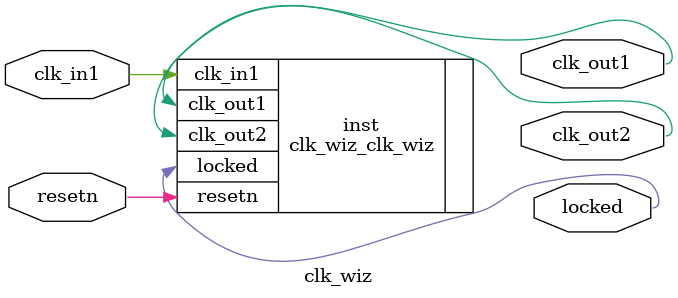
<source format=v>


`timescale 1ps/1ps

(* CORE_GENERATION_INFO = "clk_wiz,clk_wiz_v6_0_3_0_0,{component_name=clk_wiz,use_phase_alignment=true,use_min_o_jitter=false,use_max_i_jitter=false,use_dyn_phase_shift=false,use_inclk_switchover=false,use_dyn_reconfig=false,enable_axi=0,feedback_source=FDBK_AUTO,PRIMITIVE=PLL,num_out_clk=2,clkin1_period=10.000,clkin2_period=10.000,use_power_down=false,use_reset=true,use_locked=true,use_inclk_stopped=false,feedback_type=SINGLE,CLOCK_MGR_TYPE=NA,manual_override=false}" *)

module clk_wiz 
 (
  // Clock out ports
  output        clk_out1,
  output        clk_out2,
  // Status and control signals
  input         resetn,
  output        locked,
 // Clock in ports
  input         clk_in1
 );

  clk_wiz_clk_wiz inst
  (
  // Clock out ports  
  .clk_out1(clk_out1),
  .clk_out2(clk_out2),
  // Status and control signals               
  .resetn(resetn), 
  .locked(locked),
 // Clock in ports
  .clk_in1(clk_in1)
  );

endmodule

</source>
